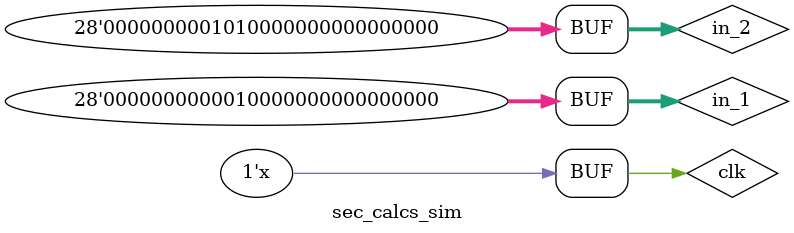
<source format=v>
`timescale 1ps / 1ps

module sec_calcs_sim;
//Parameterized values
	parameter Q = 15;
	parameter N = 28;
 
	// Inputs
    reg [N-1:0] in_1;
    reg [N-1:0] in_2;
	reg clk;
 
	// Outputs
	wire [N-1:0] result;
	wire [11:0] q;
	wire [N-1:0] sum;
	
	// Instantiate the Unit Under Test (UUT)
	//module  Params  Name  Signals
	qadd #(Q,N) sum1 ( in_1, in_2, sum);
	div_v #(Q,N) uut (sum, in_1, clk, result);
  
    assign q = result[N-2:Q];

 
	initial begin
		// Initialize Inputs
		in_1 = 20'd65536;
		in_2 = 20'd327680;
		clk = 0;
	end
	
	always
	begin
		#5 clk = ~clk;
	end

endmodule
</source>
